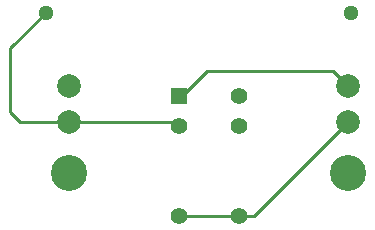
<source format=gtl>
G04*
G04 #@! TF.GenerationSoftware,Altium Limited,Altium Designer,18.1.9 (240)*
G04*
G04 Layer_Physical_Order=1*
G04 Layer_Color=255*
%FSLAX44Y44*%
%MOMM*%
G71*
G01*
G75*
%ADD19C,0.2500*%
%ADD20R,1.4000X1.4000*%
%ADD21C,1.4000*%
%ADD22C,2.0000*%
%ADD23C,3.0480*%
%ADD24C,1.2800*%
D19*
X854287Y841926D02*
X857997Y838216D01*
X764920Y841926D02*
X854287D01*
X724066D02*
X764920D01*
X715645Y850348D02*
X724066Y841926D01*
X715645Y850348D02*
Y904084D01*
X745784Y934223D01*
X857997Y762016D02*
X908797D01*
X921764D02*
X1001674Y841926D01*
X908797Y762016D02*
X921764D01*
X988915Y884658D02*
X1001674Y871898D01*
X882075Y884658D02*
X988915D01*
X861033Y863616D02*
X882075Y884658D01*
X857997Y863616D02*
X861033D01*
D20*
X857997D02*
D03*
D21*
X908797D02*
D03*
Y838216D02*
D03*
X857997D02*
D03*
X908797Y762016D02*
D03*
X857997D02*
D03*
D22*
X764920Y871898D02*
D03*
Y841926D02*
D03*
X1001674Y871898D02*
D03*
Y841926D02*
D03*
D23*
X764920Y798746D02*
D03*
X1001674D02*
D03*
D24*
X1003784Y934223D02*
D03*
X745784D02*
D03*
M02*

</source>
